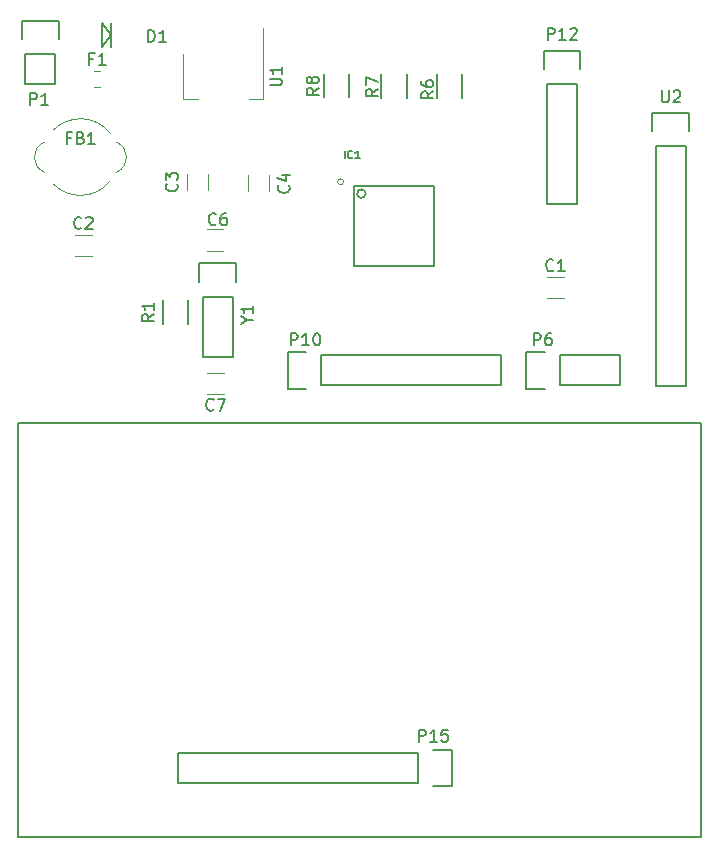
<source format=gto>
G04 #@! TF.GenerationSoftware,KiCad,Pcbnew,5.99.0+really5.1.10+dfsg1-1*
G04 #@! TF.CreationDate,2022-06-24T16:38:05+05:30*
G04 #@! TF.ProjectId,AB1-4_display,4142312d-345f-4646-9973-706c61792e6b,rev?*
G04 #@! TF.SameCoordinates,Original*
G04 #@! TF.FileFunction,Legend,Top*
G04 #@! TF.FilePolarity,Positive*
%FSLAX46Y46*%
G04 Gerber Fmt 4.6, Leading zero omitted, Abs format (unit mm)*
G04 Created by KiCad (PCBNEW 5.99.0+really5.1.10+dfsg1-1) date 2022-06-24 16:38:05*
%MOMM*%
%LPD*%
G01*
G04 APERTURE LIST*
%ADD10C,0.150000*%
%ADD11C,0.120000*%
%ADD12C,0.100000*%
%ADD13C,0.152400*%
G04 APERTURE END LIST*
D10*
X73698100Y-82080100D02*
X73698100Y-84378800D01*
X15849600Y-84378800D02*
X73698100Y-84378800D01*
X73698100Y-49352200D02*
X73698100Y-82080100D01*
X15862300Y-49352200D02*
X73698100Y-49352200D01*
X15849600Y-84378800D02*
X15862300Y-49352200D01*
G04 #@! TO.C,Y1*
X31190600Y-35838800D02*
X34290600Y-35838800D01*
X31190600Y-37388800D02*
X31190600Y-35838800D01*
X34010600Y-38658800D02*
X31470600Y-38658800D01*
X34290600Y-35838800D02*
X34290600Y-37388800D01*
X34010600Y-43738800D02*
X34010600Y-38658800D01*
X31470600Y-43738800D02*
X34010600Y-43738800D01*
X31470600Y-38658800D02*
X31470600Y-43738800D01*
D11*
G04 #@! TO.C,C1*
X60627208Y-36984260D02*
X62049712Y-36984260D01*
X60627208Y-38804260D02*
X62049712Y-38804260D01*
G04 #@! TO.C,C2*
X20662848Y-35238100D02*
X22085352Y-35238100D01*
X20662848Y-33418100D02*
X22085352Y-33418100D01*
G04 #@! TO.C,C3*
X31948800Y-28244748D02*
X31948800Y-29667252D01*
X30128800Y-28244748D02*
X30128800Y-29667252D01*
G04 #@! TO.C,C4*
X35297700Y-28320948D02*
X35297700Y-29743452D01*
X37117700Y-28320948D02*
X37117700Y-29743452D01*
G04 #@! TO.C,C6*
X33235952Y-32960900D02*
X31813448Y-32960900D01*
X33235952Y-34780900D02*
X31813448Y-34780900D01*
G04 #@! TO.C,C7*
X33286752Y-46909400D02*
X31864248Y-46909400D01*
X33286752Y-45089400D02*
X31864248Y-45089400D01*
D10*
G04 #@! TO.C,D1*
X22999700Y-17538700D02*
X22999700Y-15506700D01*
X23761700Y-17538700D02*
X23761700Y-15506700D01*
X23761700Y-16522700D02*
X22999700Y-17538700D01*
X23761700Y-16522700D02*
X22999700Y-15506700D01*
D11*
G04 #@! TO.C,F1*
X22281248Y-20941100D02*
X22803752Y-20941100D01*
X22281248Y-19521100D02*
X22803752Y-19521100D01*
G04 #@! TO.C,FB1*
X23657265Y-28867372D02*
G75*
G02*
X18846800Y-29133800I-2524465J2019572D01*
G01*
X18832732Y-24547732D02*
G75*
G02*
X23672800Y-24815800I2300068J-2300068D01*
G01*
X24180800Y-25577800D02*
G75*
G02*
X24180800Y-28117800I-508000J-1270000D01*
G01*
X18084800Y-28117800D02*
G75*
G02*
X18084800Y-25577800I508000J1270000D01*
G01*
D12*
G04 #@! TO.C,IC1*
X43417100Y-28927100D02*
G75*
G03*
X43417100Y-28927100I-254000J0D01*
G01*
D13*
X45279100Y-29933900D02*
G75*
G03*
X45279100Y-29933900I-359200J0D01*
G01*
X44263100Y-29277100D02*
X51063100Y-29277100D01*
X44263100Y-36077100D02*
X44263100Y-29277100D01*
X51063100Y-36077100D02*
X44263100Y-36077100D01*
X51063100Y-29277100D02*
X51063100Y-36077100D01*
D10*
G04 #@! TO.C,P1*
X16459200Y-20688300D02*
X18999200Y-20688300D01*
X16459200Y-18148300D02*
X16459200Y-20688300D01*
X16179200Y-15328300D02*
X19279200Y-15328300D01*
X16179200Y-16878300D02*
X16179200Y-15328300D01*
X18999200Y-18148300D02*
X16459200Y-18148300D01*
X19279200Y-15328300D02*
X19279200Y-16878300D01*
X18999200Y-18148300D02*
X18999200Y-20688300D01*
G04 #@! TO.C,P6*
X61704220Y-46159420D02*
X66784220Y-46159420D01*
X66784220Y-46159420D02*
X66784220Y-43619420D01*
X66784220Y-43619420D02*
X61704220Y-43619420D01*
X58884220Y-43339420D02*
X60434220Y-43339420D01*
X61704220Y-43619420D02*
X61704220Y-46159420D01*
X60434220Y-46439420D02*
X58884220Y-46439420D01*
X58884220Y-46439420D02*
X58884220Y-43339420D01*
G04 #@! TO.C,P10*
X38670900Y-46444500D02*
X38670900Y-43344500D01*
X40220900Y-46444500D02*
X38670900Y-46444500D01*
X41490900Y-43624500D02*
X41490900Y-46164500D01*
X38670900Y-43344500D02*
X40220900Y-43344500D01*
X56730900Y-46164500D02*
X41490900Y-46164500D01*
X56730900Y-43624500D02*
X56730900Y-46164500D01*
X41490900Y-43624500D02*
X56730900Y-43624500D01*
G04 #@! TO.C,P12*
X63172340Y-20670520D02*
X60632340Y-20670520D01*
X60632340Y-30830520D02*
X60632340Y-20670520D01*
X63172340Y-30830520D02*
X60632340Y-30830520D01*
X63172340Y-20670520D02*
X63172340Y-30830520D01*
X63452340Y-17850520D02*
X63452340Y-19400520D01*
X60352340Y-17850520D02*
X63452340Y-17850520D01*
X60352340Y-19400520D02*
X60352340Y-17850520D01*
G04 #@! TO.C,P15*
X52565900Y-77012200D02*
X52565900Y-80112200D01*
X51015900Y-77012200D02*
X52565900Y-77012200D01*
X49745900Y-79832200D02*
X49745900Y-77292200D01*
X52565900Y-80112200D02*
X51015900Y-80112200D01*
X29425900Y-77292200D02*
X49745900Y-77292200D01*
X29425900Y-79832200D02*
X29425900Y-77292200D01*
X49745900Y-79832200D02*
X29425900Y-79832200D01*
G04 #@! TO.C,R1*
X28122300Y-40979600D02*
X28122300Y-38979600D01*
X30272300Y-38979600D02*
X30272300Y-40979600D01*
G04 #@! TO.C,R6*
X51299800Y-21815300D02*
X51299800Y-19815300D01*
X53449800Y-19815300D02*
X53449800Y-21815300D01*
G04 #@! TO.C,R7*
X48750800Y-19815300D02*
X48750800Y-21815300D01*
X46600800Y-21815300D02*
X46600800Y-19815300D01*
G04 #@! TO.C,R8*
X43899400Y-19764500D02*
X43899400Y-21764500D01*
X41749400Y-21764500D02*
X41749400Y-19764500D01*
D11*
G04 #@! TO.C,U1*
X36633200Y-15902500D02*
X36633200Y-21912500D01*
X29813200Y-18152500D02*
X29813200Y-21912500D01*
X36633200Y-21912500D02*
X35373200Y-21912500D01*
X29813200Y-21912500D02*
X31073200Y-21912500D01*
D10*
G04 #@! TO.C,U2*
X72377300Y-25895300D02*
X72377300Y-46215300D01*
X72377300Y-46215300D02*
X69837300Y-46215300D01*
X69837300Y-46215300D02*
X69837300Y-25895300D01*
X72657300Y-23075300D02*
X72657300Y-24625300D01*
X72377300Y-25895300D02*
X69837300Y-25895300D01*
X69557300Y-24625300D02*
X69557300Y-23075300D01*
X69557300Y-23075300D02*
X72657300Y-23075300D01*
G04 #@! TO.C,Y1*
X35239010Y-40625970D02*
X35715200Y-40625970D01*
X34715200Y-40959303D02*
X35239010Y-40625970D01*
X34715200Y-40292637D01*
X35715200Y-39435494D02*
X35715200Y-40006922D01*
X35715200Y-39721208D02*
X34715200Y-39721208D01*
X34858058Y-39816446D01*
X34953296Y-39911684D01*
X35000915Y-40006922D01*
G04 #@! TO.C,C1*
X61171793Y-36401402D02*
X61124174Y-36449021D01*
X60981317Y-36496640D01*
X60886079Y-36496640D01*
X60743221Y-36449021D01*
X60647983Y-36353783D01*
X60600364Y-36258545D01*
X60552745Y-36068069D01*
X60552745Y-35925212D01*
X60600364Y-35734736D01*
X60647983Y-35639498D01*
X60743221Y-35544260D01*
X60886079Y-35496640D01*
X60981317Y-35496640D01*
X61124174Y-35544260D01*
X61171793Y-35591879D01*
X62124174Y-36496640D02*
X61552745Y-36496640D01*
X61838460Y-36496640D02*
X61838460Y-35496640D01*
X61743221Y-35639498D01*
X61647983Y-35734736D01*
X61552745Y-35782355D01*
G04 #@! TO.C,C2*
X21207433Y-32835242D02*
X21159814Y-32882861D01*
X21016957Y-32930480D01*
X20921719Y-32930480D01*
X20778861Y-32882861D01*
X20683623Y-32787623D01*
X20636004Y-32692385D01*
X20588385Y-32501909D01*
X20588385Y-32359052D01*
X20636004Y-32168576D01*
X20683623Y-32073338D01*
X20778861Y-31978100D01*
X20921719Y-31930480D01*
X21016957Y-31930480D01*
X21159814Y-31978100D01*
X21207433Y-32025719D01*
X21588385Y-32025719D02*
X21636004Y-31978100D01*
X21731242Y-31930480D01*
X21969338Y-31930480D01*
X22064576Y-31978100D01*
X22112195Y-32025719D01*
X22159814Y-32120957D01*
X22159814Y-32216195D01*
X22112195Y-32359052D01*
X21540766Y-32930480D01*
X22159814Y-32930480D01*
G04 #@! TO.C,C3*
X29269962Y-29109966D02*
X29317581Y-29157585D01*
X29365200Y-29300442D01*
X29365200Y-29395680D01*
X29317581Y-29538538D01*
X29222343Y-29633776D01*
X29127105Y-29681395D01*
X28936629Y-29729014D01*
X28793772Y-29729014D01*
X28603296Y-29681395D01*
X28508058Y-29633776D01*
X28412820Y-29538538D01*
X28365200Y-29395680D01*
X28365200Y-29300442D01*
X28412820Y-29157585D01*
X28460439Y-29109966D01*
X28365200Y-28776633D02*
X28365200Y-28157585D01*
X28746153Y-28490919D01*
X28746153Y-28348061D01*
X28793772Y-28252823D01*
X28841391Y-28205204D01*
X28936629Y-28157585D01*
X29174724Y-28157585D01*
X29269962Y-28205204D01*
X29317581Y-28252823D01*
X29365200Y-28348061D01*
X29365200Y-28633776D01*
X29317581Y-28729014D01*
X29269962Y-28776633D01*
G04 #@! TO.C,C4*
X38756862Y-29234426D02*
X38804481Y-29282045D01*
X38852100Y-29424902D01*
X38852100Y-29520140D01*
X38804481Y-29662998D01*
X38709243Y-29758236D01*
X38614005Y-29805855D01*
X38423529Y-29853474D01*
X38280672Y-29853474D01*
X38090196Y-29805855D01*
X37994958Y-29758236D01*
X37899720Y-29662998D01*
X37852100Y-29520140D01*
X37852100Y-29424902D01*
X37899720Y-29282045D01*
X37947339Y-29234426D01*
X38185434Y-28377283D02*
X38852100Y-28377283D01*
X37804481Y-28615379D02*
X38518767Y-28853474D01*
X38518767Y-28234426D01*
G04 #@! TO.C,C6*
X32612033Y-32500842D02*
X32564414Y-32548461D01*
X32421557Y-32596080D01*
X32326319Y-32596080D01*
X32183461Y-32548461D01*
X32088223Y-32453223D01*
X32040604Y-32357985D01*
X31992985Y-32167509D01*
X31992985Y-32024652D01*
X32040604Y-31834176D01*
X32088223Y-31738938D01*
X32183461Y-31643700D01*
X32326319Y-31596080D01*
X32421557Y-31596080D01*
X32564414Y-31643700D01*
X32612033Y-31691319D01*
X33469176Y-31596080D02*
X33278700Y-31596080D01*
X33183461Y-31643700D01*
X33135842Y-31691319D01*
X33040604Y-31834176D01*
X32992985Y-32024652D01*
X32992985Y-32405604D01*
X33040604Y-32500842D01*
X33088223Y-32548461D01*
X33183461Y-32596080D01*
X33373938Y-32596080D01*
X33469176Y-32548461D01*
X33516795Y-32500842D01*
X33564414Y-32405604D01*
X33564414Y-32167509D01*
X33516795Y-32072271D01*
X33469176Y-32024652D01*
X33373938Y-31977033D01*
X33183461Y-31977033D01*
X33088223Y-32024652D01*
X33040604Y-32072271D01*
X32992985Y-32167509D01*
G04 #@! TO.C,C7*
X32408833Y-48206542D02*
X32361214Y-48254161D01*
X32218357Y-48301780D01*
X32123119Y-48301780D01*
X31980261Y-48254161D01*
X31885023Y-48158923D01*
X31837404Y-48063685D01*
X31789785Y-47873209D01*
X31789785Y-47730352D01*
X31837404Y-47539876D01*
X31885023Y-47444638D01*
X31980261Y-47349400D01*
X32123119Y-47301780D01*
X32218357Y-47301780D01*
X32361214Y-47349400D01*
X32408833Y-47397019D01*
X32742166Y-47301780D02*
X33408833Y-47301780D01*
X32980261Y-48301780D01*
G04 #@! TO.C,D1*
X26869164Y-17079220D02*
X26869164Y-16079220D01*
X27107260Y-16079220D01*
X27250117Y-16126840D01*
X27345355Y-16222078D01*
X27392974Y-16317316D01*
X27440593Y-16507792D01*
X27440593Y-16650649D01*
X27392974Y-16841125D01*
X27345355Y-16936363D01*
X27250117Y-17031601D01*
X27107260Y-17079220D01*
X26869164Y-17079220D01*
X28392974Y-17079220D02*
X27821545Y-17079220D01*
X28107260Y-17079220D02*
X28107260Y-16079220D01*
X28012021Y-16222078D01*
X27916783Y-16317316D01*
X27821545Y-16364935D01*
G04 #@! TO.C,F1*
X22209166Y-18509671D02*
X21875833Y-18509671D01*
X21875833Y-19033480D02*
X21875833Y-18033480D01*
X22352023Y-18033480D01*
X23256785Y-19033480D02*
X22685357Y-19033480D01*
X22971071Y-19033480D02*
X22971071Y-18033480D01*
X22875833Y-18176338D01*
X22780595Y-18271576D01*
X22685357Y-18319195D01*
G04 #@! TO.C,FB1*
X20304546Y-25204111D02*
X19971213Y-25204111D01*
X19971213Y-25727920D02*
X19971213Y-24727920D01*
X20447403Y-24727920D01*
X21161689Y-25204111D02*
X21304546Y-25251730D01*
X21352165Y-25299349D01*
X21399784Y-25394587D01*
X21399784Y-25537444D01*
X21352165Y-25632682D01*
X21304546Y-25680301D01*
X21209308Y-25727920D01*
X20828356Y-25727920D01*
X20828356Y-24727920D01*
X21161689Y-24727920D01*
X21256927Y-24775540D01*
X21304546Y-24823159D01*
X21352165Y-24918397D01*
X21352165Y-25013635D01*
X21304546Y-25108873D01*
X21256927Y-25156492D01*
X21161689Y-25204111D01*
X20828356Y-25204111D01*
X22352165Y-25727920D02*
X21780737Y-25727920D01*
X22066451Y-25727920D02*
X22066451Y-24727920D01*
X21971213Y-24870778D01*
X21875975Y-24966016D01*
X21780737Y-25013635D01*
G04 #@! TO.C,IC1*
X43493683Y-26929117D02*
X43493683Y-26287878D01*
X44165457Y-26868046D02*
X44134922Y-26898582D01*
X44043317Y-26929117D01*
X43982246Y-26929117D01*
X43890641Y-26898582D01*
X43829570Y-26837511D01*
X43799035Y-26776441D01*
X43768500Y-26654300D01*
X43768500Y-26562695D01*
X43799035Y-26440554D01*
X43829570Y-26379483D01*
X43890641Y-26318413D01*
X43982246Y-26287878D01*
X44043317Y-26287878D01*
X44134922Y-26318413D01*
X44165457Y-26348948D01*
X44776161Y-26929117D02*
X44409739Y-26929117D01*
X44592950Y-26929117D02*
X44592950Y-26287878D01*
X44531880Y-26379483D01*
X44470809Y-26440554D01*
X44409739Y-26471089D01*
G04 #@! TO.C,P1*
X16871724Y-22413220D02*
X16871724Y-21413220D01*
X17252677Y-21413220D01*
X17347915Y-21460840D01*
X17395534Y-21508459D01*
X17443153Y-21603697D01*
X17443153Y-21746554D01*
X17395534Y-21841792D01*
X17347915Y-21889411D01*
X17252677Y-21937030D01*
X16871724Y-21937030D01*
X18395534Y-22413220D02*
X17824105Y-22413220D01*
X18109820Y-22413220D02*
X18109820Y-21413220D01*
X18014581Y-21556078D01*
X17919343Y-21651316D01*
X17824105Y-21698935D01*
G04 #@! TO.C,P6*
X59531024Y-42771320D02*
X59531024Y-41771320D01*
X59911977Y-41771320D01*
X60007215Y-41818940D01*
X60054834Y-41866559D01*
X60102453Y-41961797D01*
X60102453Y-42104654D01*
X60054834Y-42199892D01*
X60007215Y-42247511D01*
X59911977Y-42295130D01*
X59531024Y-42295130D01*
X60959596Y-41771320D02*
X60769120Y-41771320D01*
X60673881Y-41818940D01*
X60626262Y-41866559D01*
X60531024Y-42009416D01*
X60483405Y-42199892D01*
X60483405Y-42580844D01*
X60531024Y-42676082D01*
X60578643Y-42723701D01*
X60673881Y-42771320D01*
X60864358Y-42771320D01*
X60959596Y-42723701D01*
X61007215Y-42676082D01*
X61054834Y-42580844D01*
X61054834Y-42342749D01*
X61007215Y-42247511D01*
X60959596Y-42199892D01*
X60864358Y-42152273D01*
X60673881Y-42152273D01*
X60578643Y-42199892D01*
X60531024Y-42247511D01*
X60483405Y-42342749D01*
G04 #@! TO.C,P10*
X38960894Y-42771320D02*
X38960894Y-41771320D01*
X39341846Y-41771320D01*
X39437084Y-41818940D01*
X39484703Y-41866559D01*
X39532322Y-41961797D01*
X39532322Y-42104654D01*
X39484703Y-42199892D01*
X39437084Y-42247511D01*
X39341846Y-42295130D01*
X38960894Y-42295130D01*
X40484703Y-42771320D02*
X39913275Y-42771320D01*
X40198989Y-42771320D02*
X40198989Y-41771320D01*
X40103751Y-41914178D01*
X40008513Y-42009416D01*
X39913275Y-42057035D01*
X41103751Y-41771320D02*
X41198989Y-41771320D01*
X41294227Y-41818940D01*
X41341846Y-41866559D01*
X41389465Y-41961797D01*
X41437084Y-42152273D01*
X41437084Y-42390368D01*
X41389465Y-42580844D01*
X41341846Y-42676082D01*
X41294227Y-42723701D01*
X41198989Y-42771320D01*
X41103751Y-42771320D01*
X41008513Y-42723701D01*
X40960894Y-42676082D01*
X40913275Y-42580844D01*
X40865656Y-42390368D01*
X40865656Y-42152273D01*
X40913275Y-41961797D01*
X40960894Y-41866559D01*
X41008513Y-41818940D01*
X41103751Y-41771320D01*
G04 #@! TO.C,P12*
X60703294Y-16906500D02*
X60703294Y-15906500D01*
X61084246Y-15906500D01*
X61179484Y-15954120D01*
X61227103Y-16001739D01*
X61274722Y-16096977D01*
X61274722Y-16239834D01*
X61227103Y-16335072D01*
X61179484Y-16382691D01*
X61084246Y-16430310D01*
X60703294Y-16430310D01*
X62227103Y-16906500D02*
X61655675Y-16906500D01*
X61941389Y-16906500D02*
X61941389Y-15906500D01*
X61846151Y-16049358D01*
X61750913Y-16144596D01*
X61655675Y-16192215D01*
X62608056Y-16001739D02*
X62655675Y-15954120D01*
X62750913Y-15906500D01*
X62989008Y-15906500D01*
X63084246Y-15954120D01*
X63131865Y-16001739D01*
X63179484Y-16096977D01*
X63179484Y-16192215D01*
X63131865Y-16335072D01*
X62560437Y-16906500D01*
X63179484Y-16906500D01*
G04 #@! TO.C,P15*
X49788914Y-76322180D02*
X49788914Y-75322180D01*
X50169866Y-75322180D01*
X50265104Y-75369800D01*
X50312723Y-75417419D01*
X50360342Y-75512657D01*
X50360342Y-75655514D01*
X50312723Y-75750752D01*
X50265104Y-75798371D01*
X50169866Y-75845990D01*
X49788914Y-75845990D01*
X51312723Y-76322180D02*
X50741295Y-76322180D01*
X51027009Y-76322180D02*
X51027009Y-75322180D01*
X50931771Y-75465038D01*
X50836533Y-75560276D01*
X50741295Y-75607895D01*
X52217485Y-75322180D02*
X51741295Y-75322180D01*
X51693676Y-75798371D01*
X51741295Y-75750752D01*
X51836533Y-75703133D01*
X52074628Y-75703133D01*
X52169866Y-75750752D01*
X52217485Y-75798371D01*
X52265104Y-75893609D01*
X52265104Y-76131704D01*
X52217485Y-76226942D01*
X52169866Y-76274561D01*
X52074628Y-76322180D01*
X51836533Y-76322180D01*
X51741295Y-76274561D01*
X51693676Y-76226942D01*
G04 #@! TO.C,R1*
X27349680Y-40146266D02*
X26873490Y-40479600D01*
X27349680Y-40717695D02*
X26349680Y-40717695D01*
X26349680Y-40336742D01*
X26397300Y-40241504D01*
X26444919Y-40193885D01*
X26540157Y-40146266D01*
X26683014Y-40146266D01*
X26778252Y-40193885D01*
X26825871Y-40241504D01*
X26873490Y-40336742D01*
X26873490Y-40717695D01*
X27349680Y-39193885D02*
X27349680Y-39765314D01*
X27349680Y-39479600D02*
X26349680Y-39479600D01*
X26492538Y-39574838D01*
X26587776Y-39670076D01*
X26635395Y-39765314D01*
G04 #@! TO.C,R6*
X51006000Y-21284226D02*
X50529810Y-21617560D01*
X51006000Y-21855655D02*
X50006000Y-21855655D01*
X50006000Y-21474702D01*
X50053620Y-21379464D01*
X50101239Y-21331845D01*
X50196477Y-21284226D01*
X50339334Y-21284226D01*
X50434572Y-21331845D01*
X50482191Y-21379464D01*
X50529810Y-21474702D01*
X50529810Y-21855655D01*
X50006000Y-20427083D02*
X50006000Y-20617560D01*
X50053620Y-20712798D01*
X50101239Y-20760417D01*
X50244096Y-20855655D01*
X50434572Y-20903274D01*
X50815524Y-20903274D01*
X50910762Y-20855655D01*
X50958381Y-20808036D01*
X51006000Y-20712798D01*
X51006000Y-20522321D01*
X50958381Y-20427083D01*
X50910762Y-20379464D01*
X50815524Y-20331845D01*
X50577429Y-20331845D01*
X50482191Y-20379464D01*
X50434572Y-20427083D01*
X50386953Y-20522321D01*
X50386953Y-20712798D01*
X50434572Y-20808036D01*
X50482191Y-20855655D01*
X50577429Y-20903274D01*
G04 #@! TO.C,R7*
X46322240Y-21075946D02*
X45846050Y-21409280D01*
X46322240Y-21647375D02*
X45322240Y-21647375D01*
X45322240Y-21266422D01*
X45369860Y-21171184D01*
X45417479Y-21123565D01*
X45512717Y-21075946D01*
X45655574Y-21075946D01*
X45750812Y-21123565D01*
X45798431Y-21171184D01*
X45846050Y-21266422D01*
X45846050Y-21647375D01*
X45322240Y-20742613D02*
X45322240Y-20075946D01*
X46322240Y-20504518D01*
G04 #@! TO.C,R8*
X41300660Y-20971806D02*
X40824470Y-21305140D01*
X41300660Y-21543235D02*
X40300660Y-21543235D01*
X40300660Y-21162282D01*
X40348280Y-21067044D01*
X40395899Y-21019425D01*
X40491137Y-20971806D01*
X40633994Y-20971806D01*
X40729232Y-21019425D01*
X40776851Y-21067044D01*
X40824470Y-21162282D01*
X40824470Y-21543235D01*
X40729232Y-20400378D02*
X40681613Y-20495616D01*
X40633994Y-20543235D01*
X40538756Y-20590854D01*
X40491137Y-20590854D01*
X40395899Y-20543235D01*
X40348280Y-20495616D01*
X40300660Y-20400378D01*
X40300660Y-20209901D01*
X40348280Y-20114663D01*
X40395899Y-20067044D01*
X40491137Y-20019425D01*
X40538756Y-20019425D01*
X40633994Y-20067044D01*
X40681613Y-20114663D01*
X40729232Y-20209901D01*
X40729232Y-20400378D01*
X40776851Y-20495616D01*
X40824470Y-20543235D01*
X40919708Y-20590854D01*
X41110184Y-20590854D01*
X41205422Y-20543235D01*
X41253041Y-20495616D01*
X41300660Y-20400378D01*
X41300660Y-20209901D01*
X41253041Y-20114663D01*
X41205422Y-20067044D01*
X41110184Y-20019425D01*
X40919708Y-20019425D01*
X40824470Y-20067044D01*
X40776851Y-20114663D01*
X40729232Y-20209901D01*
G04 #@! TO.C,U1*
X37175580Y-20764404D02*
X37985104Y-20764404D01*
X38080342Y-20716785D01*
X38127961Y-20669166D01*
X38175580Y-20573928D01*
X38175580Y-20383452D01*
X38127961Y-20288214D01*
X38080342Y-20240595D01*
X37985104Y-20192976D01*
X37175580Y-20192976D01*
X38175580Y-19192976D02*
X38175580Y-19764404D01*
X38175580Y-19478690D02*
X37175580Y-19478690D01*
X37318438Y-19573928D01*
X37413676Y-19669166D01*
X37461295Y-19764404D01*
G04 #@! TO.C,U2*
X70363175Y-21202400D02*
X70363175Y-22011924D01*
X70410794Y-22107162D01*
X70458413Y-22154781D01*
X70553651Y-22202400D01*
X70744127Y-22202400D01*
X70839365Y-22154781D01*
X70886984Y-22107162D01*
X70934603Y-22011924D01*
X70934603Y-21202400D01*
X71363175Y-21297639D02*
X71410794Y-21250020D01*
X71506032Y-21202400D01*
X71744127Y-21202400D01*
X71839365Y-21250020D01*
X71886984Y-21297639D01*
X71934603Y-21392877D01*
X71934603Y-21488115D01*
X71886984Y-21630972D01*
X71315556Y-22202400D01*
X71934603Y-22202400D01*
G04 #@! TD*
M02*

</source>
